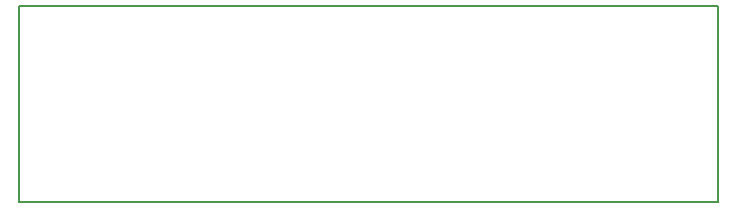
<source format=gbo>
G04 MADE WITH FRITZING*
G04 WWW.FRITZING.ORG*
G04 DOUBLE SIDED*
G04 HOLES PLATED*
G04 CONTOUR ON CENTER OF CONTOUR VECTOR*
%ASAXBY*%
%FSLAX23Y23*%
%MOIN*%
%OFA0B0*%
%SFA1.0B1.0*%
%ADD10R,2.339950X0.660629X2.323950X0.644629*%
%ADD11C,0.008000*%
%LNSILK0*%
G90*
G70*
G54D11*
X4Y657D02*
X2336Y657D01*
X2336Y4D01*
X4Y4D01*
X4Y657D01*
D02*
G04 End of Silk0*
M02*
</source>
